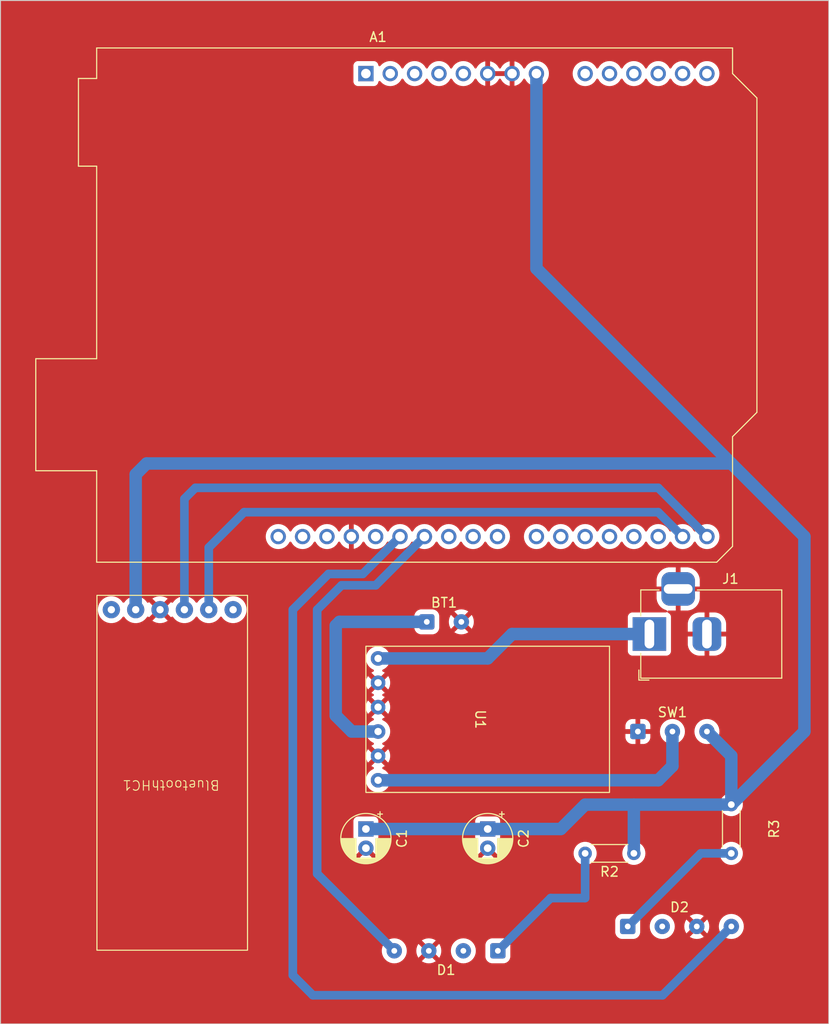
<source format=kicad_pcb>
(kicad_pcb (version 20221018) (generator pcbnew)
  (layers (0 "F.Cu" signal) (31 "B.Cu" signal) (34 "B.Paste" user) (35 "F.Paste" user) (36 "B.SilkS" user "B.Silkscreen") (37 "F.SilkS" user "F.Silkscreen") (38 "B.Mask" user) (39 "F.Mask" user) (44 "Edge.Cuts" user))
  (net 0 "")
  (net 6 "GND")
  (net 7 "+5V")
  (net 14 "Net-(A1-D0{slash}RX)")
  (net 15 "Net-(A1-D1{slash}TX)")
  (net 25 "Net-(A1-D11)")
  (net 26 "Net-(A1-D12)")
  (net 35 "Net-(D1-VDD)")
  (net 36 "Net-(D2-VDD)")
  (net 37 "/bat")
  (net 38 "VCC")
  (net 39 "/5vout")
  (footprint "Module:Arduino_UNO_R3" (layer "F.Cu") (at 101.6 33.02)
    (fp_text reference "A1" (at 1.27 -3.81 180) (layer "F.SilkS"))
    (fp_text value "Arduino_UNO_R3")
    (fp_line (start -34.42 29.72) (end -34.42 41.4) (stroke (width 0.12)) (layer "F.SilkS"))
    (fp_line (start -34.42 41.4) (end -28.07 41.4) (stroke (width 0.12)) (layer "F.SilkS"))
    (fp_line (start -29.97 0.51) (end -29.97 9.65) (stroke (width 0.12)) (layer "F.SilkS"))
    (fp_line (start -29.97 9.65) (end -28.07 9.65) (stroke (width 0.12)) (layer "F.SilkS"))
    (fp_line (start -28.07 -2.67) (end -28.07 0.51) (stroke (width 0.12)) (layer "F.SilkS"))
    (fp_line (start -28.07 0.51) (end -29.97 0.51) (stroke (width 0.12)) (layer "F.SilkS"))
    (fp_line (start -28.07 9.65) (end -28.07 29.72) (stroke (width 0.12)) (layer "F.SilkS"))
    (fp_line (start -28.07 29.72) (end -34.42 29.72) (stroke (width 0.12)) (layer "F.SilkS"))
    (fp_line (start -28.07 41.4) (end -28.07 50.93) (stroke (width 0.12)) (layer "F.SilkS"))
    (fp_line (start -28.07 50.93) (end 36.58 50.93) (stroke (width 0.12)) (layer "F.SilkS"))
    (fp_line (start 36.58 50.93) (end 38.23 49.28) (stroke (width 0.12)) (layer "F.SilkS"))
    (fp_line (start 38.23 -2.67) (end -28.07 -2.67) (stroke (width 0.12)) (layer "F.SilkS"))
    (fp_line (start 38.23 0) (end 38.23 -2.67) (stroke (width 0.12)) (layer "F.SilkS"))
    (fp_line (start 38.23 37.85) (end 40.77 35.31) (stroke (width 0.12)) (layer "F.SilkS"))
    (fp_line (start 38.23 49.28) (end 38.23 37.85) (stroke (width 0.12)) (layer "F.SilkS"))
    (fp_line (start 40.77 2.54) (end 38.23 0) (stroke (width 0.12)) (layer "F.SilkS"))
    (fp_line (start 40.77 35.31) (end 40.77 2.54) (stroke (width 0.12)) (layer "F.SilkS"))
    (pad "1" thru_hole rect (at 0 0 90) (size 1.6 1.6) (drill 1) (layers "*.Cu" "*.Mask"))
    (pad "2" thru_hole oval (at 2.54 0 90) (size 1.6 1.6) (drill 1) (layers "*.Cu" "*.Mask"))
    (pad "3" thru_hole oval (at 5.08 0 90) (size 1.6 1.6) (drill 1) (layers "*.Cu" "*.Mask"))
    (pad "4" thru_hole oval (at 7.62 0 90) (size 1.6 1.6) (drill 1) (layers "*.Cu" "*.Mask"))
    (pad "5" thru_hole oval (at 10.16 0 90) (size 1.6 1.6) (drill 1) (layers "*.Cu" "*.Mask"))
    (pad "6" thru_hole oval (at 12.7 0 90) (size 1.6 1.6) (drill 1) (layers "*.Cu" "*.Mask") (net 6 "GND"))
    (pad "7" thru_hole oval (at 15.24 0 90) (size 1.6 1.6) (drill 1) (layers "*.Cu" "*.Mask") (net 6 "GND"))
    (pad "8" thru_hole oval (at 17.78 0 90) (size 1.6 1.6) (drill 1) (layers "*.Cu" "*.Mask") (net 7 "+5V"))
    (pad "9" thru_hole oval (at 22.86 0 90) (size 1.6 1.6) (drill 1) (layers "*.Cu" "*.Mask"))
    (pad "10" thru_hole oval (at 25.4 0 90) (size 1.6 1.6) (drill 1) (layers "*.Cu" "*.Mask"))
    (pad "11" thru_hole oval (at 27.94 0 90) (size 1.6 1.6) (drill 1) (layers "*.Cu" "*.Mask"))
    (pad "12" thru_hole oval (at 30.48 0 90) (size 1.6 1.6) (drill 1) (layers "*.Cu" "*.Mask"))
    (pad "13" thru_hole oval (at 33.02 0 90) (size 1.6 1.6) (drill 1) (layers "*.Cu" "*.Mask"))
    (pad "14" thru_hole oval (at 35.56 0 90) (size 1.6 1.6) (drill 1) (layers "*.Cu" "*.Mask"))
    (pad "15" thru_hole oval (at 35.56 48.26 90) (size 1.6 1.6) (drill 1) (layers "*.Cu" "*.Mask") (net 14 "Net-(A1-D0{slash}RX)"))
    (pad "16" thru_hole oval (at 33.02 48.26 90) (size 1.6 1.6) (drill 1) (layers "*.Cu" "*.Mask") (net 15 "Net-(A1-D1{slash}TX)"))
    (pad "17" thru_hole oval (at 30.48 48.26 90) (size 1.6 1.6) (drill 1) (layers "*.Cu" "*.Mask"))
    (pad "18" thru_hole oval (at 27.94 48.26 90) (size 1.6 1.6) (drill 1) (layers "*.Cu" "*.Mask"))
    (pad "19" thru_hole oval (at 25.4 48.26 90) (size 1.6 1.6) (drill 1) (layers "*.Cu" "*.Mask"))
    (pad "20" thru_hole oval (at 22.86 48.26 90) (size 1.6 1.6) (drill 1) (layers "*.Cu" "*.Mask"))
    (pad "21" thru_hole oval (at 20.32 48.26 90) (size 1.6 1.6) (drill 1) (layers "*.Cu" "*.Mask"))
    (pad "22" thru_hole oval (at 17.78 48.26 90) (size 1.6 1.6) (drill 1) (layers "*.Cu" "*.Mask"))
    (pad "23" thru_hole oval (at 13.72 48.26 90) (size 1.6 1.6) (drill 1) (layers "*.Cu" "*.Mask"))
    (pad "24" thru_hole oval (at 11.18 48.26 90) (size 1.6 1.6) (drill 1) (layers "*.Cu" "*.Mask"))
    (pad "25" thru_hole oval (at 8.64 48.26 90) (size 1.6 1.6) (drill 1) (layers "*.Cu" "*.Mask"))
    (pad "26" thru_hole oval (at 6.1 48.26 90) (size 1.6 1.6) (drill 1) (layers "*.Cu" "*.Mask") (net 25 "Net-(A1-D11)"))
    (pad "27" thru_hole oval (at 3.56 48.26 90) (size 1.6 1.6) (drill 1) (layers "*.Cu" "*.Mask") (net 26 "Net-(A1-D12)"))
    (pad "28" thru_hole oval (at 1.02 48.26 90) (size 1.6 1.6) (drill 1) (layers "*.Cu" "*.Mask"))
    (pad "29" thru_hole oval (at -1.52 48.26 90) (size 1.6 1.6) (drill 1) (layers "*.Cu" "*.Mask") (net 6 "GND"))
    (pad "30" thru_hole oval (at -4.06 48.26 90) (size 1.6 1.6) (drill 1) (layers "*.Cu" "*.Mask"))
    (pad "31" thru_hole oval (at -6.6 48.26 90) (size 1.6 1.6) (drill 1) (layers "*.Cu" "*.Mask"))
    (pad "32" thru_hole oval (at -9.14 48.26 90) (size 1.6 1.6) (drill 1) (layers "*.Cu" "*.Mask"))
  )
  (footprint "Connector_Wire:SolderWire-0.1sqmm_1x04_P3.6mm_D0.4mm_OD1mm" (layer "F.Cu") (at 115.36 124.46 180)
    (fp_text reference "D1" (at 5.4 -2) (layer "F.SilkS"))
    (fp_text value "WS2812B")
    (pad "1" thru_hole roundrect (at 0 0 180) (size 1.6 1.6) (drill 0.6) (layers "*.Cu" "*.Mask") (roundrect_rratio 0.15625) (net 35 "Net-(D1-VDD)"))
    (pad "2" thru_hole circle (at 3.6 0 180) (size 1.6 1.6) (drill 0.6) (layers "*.Cu" "*.Mask"))
    (pad "3" thru_hole circle (at 7.2 0 180) (size 1.6 1.6) (drill 0.6) (layers "*.Cu" "*.Mask") (net 6 "GND"))
    (pad "4" thru_hole circle (at 10.8 0 180) (size 1.6 1.6) (drill 0.6) (layers "*.Cu" "*.Mask") (net 25 "Net-(A1-D11)"))
  )
  (footprint "Resistor_THT:R_Axial_DIN0204_L3.6mm_D1.6mm_P5.08mm_Horizontal" (layer "F.Cu") (at 129.54 114.3 180)
    (fp_text reference "R2" (at 2.54 -1.92) (layer "F.SilkS"))
    (fp_text value "10")
    (fp_line (start 0.62 -0.92) (end 4.46 -0.92) (stroke (width 0.12)) (layer "F.SilkS"))
    (fp_line (start 0.62 0.92) (end 4.46 0.92) (stroke (width 0.12)) (layer "F.SilkS"))
    (pad "1" thru_hole circle (at 0 0 180) (size 1.4 1.4) (drill 0.7) (layers "*.Cu" "*.Mask") (net 7 "+5V"))
    (pad "2" thru_hole oval (at 5.08 0 180) (size 1.4 1.4) (drill 0.7) (layers "*.Cu" "*.Mask") (net 35 "Net-(D1-VDD)"))
  )
  (footprint "Connector_Wire:SolderWire-0.1sqmm_1x04_P3.6mm_D0.4mm_OD1mm" (layer "F.Cu") (at 128.9 121.92)
    (fp_text reference "D2" (at 5.4 -2) (layer "F.SilkS"))
    (fp_text value "WS2812B")
    (pad "1" thru_hole roundrect (at 0 0) (size 1.6 1.6) (drill 0.6) (layers "*.Cu" "*.Mask") (roundrect_rratio 0.15625) (net 36 "Net-(D2-VDD)"))
    (pad "2" thru_hole circle (at 3.6 0) (size 1.6 1.6) (drill 0.6) (layers "*.Cu" "*.Mask"))
    (pad "3" thru_hole circle (at 7.2 0) (size 1.6 1.6) (drill 0.6) (layers "*.Cu" "*.Mask") (net 6 "GND"))
    (pad "4" thru_hole circle (at 10.8 0) (size 1.6 1.6) (drill 0.6) (layers "*.Cu" "*.Mask") (net 26 "Net-(A1-D12)"))
  )
  (footprint "Connector_BarrelJack:BarrelJack_Horizontal" (layer "F.Cu") (at 131.16 91.44 180)
    (fp_text reference "J1" (at -8.45 5.75) (layer "F.SilkS"))
    (fp_text value "Barrel_Jack_Switch")
    (fp_line (start -13.8 -4.6) (end 0.9 -4.6) (stroke (width 0.12)) (layer "F.SilkS"))
    (fp_line (start -13.8 4.6) (end -13.8 -4.6) (stroke (width 0.12)) (layer "F.SilkS"))
    (fp_line (start -5 4.6) (end -13.8 4.6) (stroke (width 0.12)) (layer "F.SilkS"))
    (fp_line (start 0.05 -4.8) (end 1.1 -4.8) (stroke (width 0.12)) (layer "F.SilkS"))
    (fp_line (start 0.9 -4.6) (end 0.9 -2) (stroke (width 0.12)) (layer "F.SilkS"))
    (fp_line (start 0.9 1.9) (end 0.9 4.6) (stroke (width 0.12)) (layer "F.SilkS"))
    (fp_line (start 0.9 4.6) (end -1 4.6) (stroke (width 0.12)) (layer "F.SilkS"))
    (fp_line (start 1.1 -3.75) (end 1.1 -4.8) (stroke (width 0.12)) (layer "F.SilkS"))
    (pad "1" thru_hole rect (at 0 0 180) (size 3.5 3.5) (drill oval 1 3) (layers "*.Cu" "*.Mask") (net 38 "VCC"))
    (pad "2" thru_hole roundrect (at -6 0 180) (size 3 3.5) (drill oval 1 3) (layers "*.Cu" "*.Mask") (net 6 "GND"))
    (pad "3" thru_hole roundrect (at -3 4.7 180) (size 3.5 3.5) (drill oval 3 1) (layers "*.Cu" "*.Mask") (net 6 "GND"))
  )
  (footprint "Capacitor_THT:CP_Radial_D5.0mm_P2.00mm" (layer "F.Cu") (at 114.3 111.76 -90)
    (fp_text reference "C2" (at 1 -3.75 90) (layer "F.SilkS"))
    (fp_text value "220µF")
    (fp_line (start -1.804775 -1.475) (end -1.304775 -1.475) (stroke (width 0.12)) (layer "F.SilkS"))
    (fp_line (start -1.554775 -1.725) (end -1.554775 -1.225) (stroke (width 0.12)) (layer "F.SilkS"))
    (fp_line (start 1 -2.58) (end 1 -1.04) (stroke (width 0.12)) (layer "F.SilkS"))
    (fp_line (start 1 1.04) (end 1 2.58) (stroke (width 0.12)) (layer "F.SilkS"))
    (fp_line (start 1.04 -2.58) (end 1.04 -1.04) (stroke (width 0.12)) (layer "F.SilkS"))
    (fp_line (start 1.04 1.04) (end 1.04 2.58) (stroke (width 0.12)) (layer "F.SilkS"))
    (fp_line (start 1.08 -2.579) (end 1.08 -1.04) (stroke (width 0.12)) (layer "F.SilkS"))
    (fp_line (start 1.08 1.04) (end 1.08 2.579) (stroke (width 0.12)) (layer "F.SilkS"))
    (fp_line (start 1.12 -2.578) (end 1.12 -1.04) (stroke (width 0.12)) (layer "F.SilkS"))
    (fp_line (start 1.12 1.04) (end 1.12 2.578) (stroke (width 0.12)) (layer "F.SilkS"))
    (fp_line (start 1.16 -2.576) (end 1.16 -1.04) (stroke (width 0.12)) (layer "F.SilkS"))
    (fp_line (start 1.16 1.04) (end 1.16 2.576) (stroke (width 0.12)) (layer "F.SilkS"))
    (fp_line (start 1.2 -2.573) (end 1.2 -1.04) (stroke (width 0.12)) (layer "F.SilkS"))
    (fp_line (start 1.2 1.04) (end 1.2 2.573) (stroke (width 0.12)) (layer "F.SilkS"))
    (fp_line (start 1.24 -2.569) (end 1.24 -1.04) (stroke (width 0.12)) (layer "F.SilkS"))
    (fp_line (start 1.24 1.04) (end 1.24 2.569) (stroke (width 0.12)) (layer "F.SilkS"))
    (fp_line (start 1.28 -2.565) (end 1.28 -1.04) (stroke (width 0.12)) (layer "F.SilkS"))
    (fp_line (start 1.28 1.04) (end 1.28 2.565) (stroke (width 0.12)) (layer "F.SilkS"))
    (fp_line (start 1.32 -2.561) (end 1.32 -1.04) (stroke (width 0.12)) (layer "F.SilkS"))
    (fp_line (start 1.32 1.04) (end 1.32 2.561) (stroke (width 0.12)) (layer "F.SilkS"))
    (fp_line (start 1.36 -2.556) (end 1.36 -1.04) (stroke (width 0.12)) (layer "F.SilkS"))
    (fp_line (start 1.36 1.04) (end 1.36 2.556) (stroke (width 0.12)) (layer "F.SilkS"))
    (fp_line (start 1.4 -2.55) (end 1.4 -1.04) (stroke (width 0.12)) (layer "F.SilkS"))
    (fp_line (start 1.4 1.04) (end 1.4 2.55) (stroke (width 0.12)) (layer "F.SilkS"))
    (fp_line (start 1.44 -2.543) (end 1.44 -1.04) (stroke (width 0.12)) (layer "F.SilkS"))
    (fp_line (start 1.44 1.04) (end 1.44 2.543) (stroke (width 0.12)) (layer "F.SilkS"))
    (fp_line (start 1.48 -2.536) (end 1.48 -1.04) (stroke (width 0.12)) (layer "F.SilkS"))
    (fp_line (start 1.48 1.04) (end 1.48 2.536) (stroke (width 0.12)) (layer "F.SilkS"))
    (fp_line (start 1.52 -2.528) (end 1.52 -1.04) (stroke (width 0.12)) (layer "F.SilkS"))
    (fp_line (start 1.52 1.04) (end 1.52 2.528) (stroke (width 0.12)) (layer "F.SilkS"))
    (fp_line (start 1.56 -2.52) (end 1.56 -1.04) (stroke (width 0.12)) (layer "F.SilkS"))
    (fp_line (start 1.56 1.04) (end 1.56 2.52) (stroke (width 0.12)) (layer "F.SilkS"))
    (fp_line (start 1.6 -2.511) (end 1.6 -1.04) (stroke (width 0.12)) (layer "F.SilkS"))
    (fp_line (start 1.6 1.04) (end 1.6 2.511) (stroke (width 0.12)) (layer "F.SilkS"))
    (fp_line (start 1.64 -2.501) (end 1.64 -1.04) (stroke (width 0.12)) (layer "F.SilkS"))
    (fp_line (start 1.64 1.04) (end 1.64 2.501) (stroke (width 0.12)) (layer "F.SilkS"))
    (fp_line (start 1.68 -2.491) (end 1.68 -1.04) (stroke (width 0.12)) (layer "F.SilkS"))
    (fp_line (start 1.68 1.04) (end 1.68 2.491) (stroke (width 0.12)) (layer "F.SilkS"))
    (fp_line (start 1.721 -2.48) (end 1.721 -1.04) (stroke (width 0.12)) (layer "F.SilkS"))
    (fp_line (start 1.721 1.04) (end 1.721 2.48) (stroke (width 0.12)) (layer "F.SilkS"))
    (fp_line (start 1.761 -2.468) (end 1.761 -1.04) (stroke (width 0.12)) (layer "F.SilkS"))
    (fp_line (start 1.761 1.04) (end 1.761 2.468) (stroke (width 0.12)) (layer "F.SilkS"))
    (fp_line (start 1.801 -2.455) (end 1.801 -1.04) (stroke (width 0.12)) (layer "F.SilkS"))
    (fp_line (start 1.801 1.04) (end 1.801 2.455) (stroke (width 0.12)) (layer "F.SilkS"))
    (fp_line (start 1.841 -2.442) (end 1.841 -1.04) (stroke (width 0.12)) (layer "F.SilkS"))
    (fp_line (start 1.841 1.04) (end 1.841 2.442) (stroke (width 0.12)) (layer "F.SilkS"))
    (fp_line (start 1.881 -2.428) (end 1.881 -1.04) (stroke (width 0.12)) (layer "F.SilkS"))
    (fp_line (start 1.881 1.04) (end 1.881 2.428) (stroke (width 0.12)) (layer "F.SilkS"))
    (fp_line (start 1.921 -2.414) (end 1.921 -1.04) (stroke (width 0.12)) (layer "F.SilkS"))
    (fp_line (start 1.921 1.04) (end 1.921 2.414) (stroke (width 0.12)) (layer "F.SilkS"))
    (fp_line (start 1.961 -2.398) (end 1.961 -1.04) (stroke (width 0.12)) (layer "F.SilkS"))
    (fp_line (start 1.961 1.04) (end 1.961 2.398) (stroke (width 0.12)) (layer "F.SilkS"))
    (fp_line (start 2.001 -2.382) (end 2.001 -1.04) (stroke (width 0.12)) (layer "F.SilkS"))
    (fp_line (start 2.001 1.04) (end 2.001 2.382) (stroke (width 0.12)) (layer "F.SilkS"))
    (fp_line (start 2.041 -2.365) (end 2.041 -1.04) (stroke (width 0.12)) (layer "F.SilkS"))
    (fp_line (start 2.041 1.04) (end 2.041 2.365) (stroke (width 0.12)) (layer "F.SilkS"))
    (fp_line (start 2.081 -2.348) (end 2.081 -1.04) (stroke (width 0.12)) (layer "F.SilkS"))
    (fp_line (start 2.081 1.04) (end 2.081 2.348) (stroke (width 0.12)) (layer "F.SilkS"))
    (fp_line (start 2.121 -2.329) (end 2.121 -1.04) (stroke (width 0.12)) (layer "F.SilkS"))
    (fp_line (start 2.121 1.04) (end 2.121 2.329) (stroke (width 0.12)) (layer "F.SilkS"))
    (fp_line (start 2.161 -2.31) (end 2.161 -1.04) (stroke (width 0.12)) (layer "F.SilkS"))
    (fp_line (start 2.161 1.04) (end 2.161 2.31) (stroke (width 0.12)) (layer "F.SilkS"))
    (fp_line (start 2.201 -2.29) (end 2.201 -1.04) (stroke (width 0.12)) (layer "F.SilkS"))
    (fp_line (start 2.201 1.04) (end 2.201 2.29) (stroke (width 0.12)) (layer "F.SilkS"))
    (fp_line (start 2.241 -2.268) (end 2.241 -1.04) (stroke (width 0.12)) (layer "F.SilkS"))
    (fp_line (start 2.241 1.04) (end 2.241 2.268) (stroke (width 0.12)) (layer "F.SilkS"))
    (fp_line (start 2.281 -2.247) (end 2.281 -1.04) (stroke (width 0.12)) (layer "F.SilkS"))
    (fp_line (start 2.281 1.04) (end 2.281 2.247) (stroke (width 0.12)) (layer "F.SilkS"))
    (fp_line (start 2.321 -2.224) (end 2.321 -1.04) (stroke (width 0.12)) (layer "F.SilkS"))
    (fp_line (start 2.321 1.04) (end 2.321 2.224) (stroke (width 0.12)) (layer "F.SilkS"))
    (fp_line (start 2.361 -2.2) (end 2.361 -1.04) (stroke (width 0.12)) (layer "F.SilkS"))
    (fp_line (start 2.361 1.04) (end 2.361 2.2) (stroke (width 0.12)) (layer "F.SilkS"))
    (fp_line (start 2.401 -2.175) (end 2.401 -1.04) (stroke (width 0.12)) (layer "F.SilkS"))
    (fp_line (start 2.401 1.04) (end 2.401 2.175) (stroke (width 0.12)) (layer "F.SilkS"))
    (fp_line (start 2.441 -2.149) (end 2.441 -1.04) (stroke (width 0.12)) (layer "F.SilkS"))
    (fp_line (start 2.441 1.04) (end 2.441 2.149) (stroke (width 0.12)) (layer "F.SilkS"))
    (fp_line (start 2.481 -2.122) (end 2.481 -1.04) (stroke (width 0.12)) (layer "F.SilkS"))
    (fp_line (start 2.481 1.04) (end 2.481 2.122) (stroke (width 0.12)) (layer "F.SilkS"))
    (fp_line (start 2.521 -2.095) (end 2.521 -1.04) (stroke (width 0.12)) (layer "F.SilkS"))
    (fp_line (start 2.521 1.04) (end 2.521 2.095) (stroke (width 0.12)) (layer "F.SilkS"))
    (fp_line (start 2.561 -2.065) (end 2.561 -1.04) (stroke (width 0.12)) (layer "F.SilkS"))
    (fp_line (start 2.561 1.04) (end 2.561 2.065) (stroke (width 0.12)) (layer "F.SilkS"))
    (fp_line (start 2.601 -2.035) (end 2.601 -1.04) (stroke (width 0.12)) (layer "F.SilkS"))
    (fp_line (start 2.601 1.04) (end 2.601 2.035) (stroke (width 0.12)) (layer "F.SilkS"))
    (fp_line (start 2.641 -2.004) (end 2.641 -1.04) (stroke (width 0.12)) (layer "F.SilkS"))
    (fp_line (start 2.641 1.04) (end 2.641 2.004) (stroke (width 0.12)) (layer "F.SilkS"))
    (fp_line (start 2.681 -1.971) (end 2.681 -1.04) (stroke (width 0.12)) (layer "F.SilkS"))
    (fp_line (start 2.681 1.04) (end 2.681 1.971) (stroke (width 0.12)) (layer "F.SilkS"))
    (fp_line (start 2.721 -1.937) (end 2.721 -1.04) (stroke (width 0.12)) (layer "F.SilkS"))
    (fp_line (start 2.721 1.04) (end 2.721 1.937) (stroke (width 0.12)) (layer "F.SilkS"))
    (fp_line (start 2.761 -1.901) (end 2.761 -1.04) (stroke (width 0.12)) (layer "F.SilkS"))
    (fp_line (start 2.761 1.04) (end 2.761 1.901) (stroke (width 0.12)) (layer "F.SilkS"))
    (fp_line (start 2.801 -1.864) (end 2.801 -1.04) (stroke (width 0.12)) (layer "F.SilkS"))
    (fp_line (start 2.801 1.04) (end 2.801 1.864) (stroke (width 0.12)) (layer "F.SilkS"))
    (fp_line (start 2.841 -1.826) (end 2.841 -1.04) (stroke (width 0.12)) (layer "F.SilkS"))
    (fp_line (start 2.841 1.04) (end 2.841 1.826) (stroke (width 0.12)) (layer "F.SilkS"))
    (fp_line (start 2.881 -1.785) (end 2.881 -1.04) (stroke (width 0.12)) (layer "F.SilkS"))
    (fp_line (start 2.881 1.04) (end 2.881 1.785) (stroke (width 0.12)) (layer "F.SilkS"))
    (fp_line (start 2.921 -1.743) (end 2.921 -1.04) (stroke (width 0.12)) (layer "F.SilkS"))
    (fp_line (start 2.921 1.04) (end 2.921 1.743) (stroke (width 0.12)) (layer "F.SilkS"))
    (fp_line (start 2.961 -1.699) (end 2.961 -1.04) (stroke (width 0.12)) (layer "F.SilkS"))
    (fp_line (start 2.961 1.04) (end 2.961 1.699) (stroke (width 0.12)) (layer "F.SilkS"))
    (fp_line (start 3.001 -1.653) (end 3.001 -1.04) (stroke (width 0.12)) (layer "F.SilkS"))
    (fp_line (start 3.001 1.04) (end 3.001 1.653) (stroke (width 0.12)) (layer "F.SilkS"))
    (fp_line (start 3.041 -1.605) (end 3.041 1.605) (stroke (width 0.12)) (layer "F.SilkS"))
    (fp_line (start 3.081 -1.554) (end 3.081 1.554) (stroke (width 0.12)) (layer "F.SilkS"))
    (fp_line (start 3.121 -1.5) (end 3.121 1.5) (stroke (width 0.12)) (layer "F.SilkS"))
    (fp_line (start 3.161 -1.443) (end 3.161 1.443) (stroke (width 0.12)) (layer "F.SilkS"))
    (fp_line (start 3.201 -1.383) (end 3.201 1.383) (stroke (width 0.12)) (layer "F.SilkS"))
    (fp_line (start 3.241 -1.319) (end 3.241 1.319) (stroke (width 0.12)) (layer "F.SilkS"))
    (fp_line (start 3.281 -1.251) (end 3.281 1.251) (stroke (width 0.12)) (layer "F.SilkS"))
    (fp_line (start 3.321 -1.178) (end 3.321 1.178) (stroke (width 0.12)) (layer "F.SilkS"))
    (fp_line (start 3.361 -1.098) (end 3.361 1.098) (stroke (width 0.12)) (layer "F.SilkS"))
    (fp_line (start 3.401 -1.011) (end 3.401 1.011) (stroke (width 0.12)) (layer "F.SilkS"))
    (fp_line (start 3.441 -0.915) (end 3.441 0.915) (stroke (width 0.12)) (layer "F.SilkS"))
    (fp_line (start 3.481 -0.805) (end 3.481 0.805) (stroke (width 0.12)) (layer "F.SilkS"))
    (fp_line (start 3.521 -0.677) (end 3.521 0.677) (stroke (width 0.12)) (layer "F.SilkS"))
    (fp_line (start 3.561 -0.518) (end 3.561 0.518) (stroke (width 0.12)) (layer "F.SilkS"))
    (fp_line (start 3.601 -0.284) (end 3.601 0.284) (stroke (width 0.12)) (layer "F.SilkS"))
    (fp_circle (center 1 0) (end 3.62 0) (stroke (width 0.12)) (fill none) (layer "F.SilkS"))
    (pad "1" thru_hole rect (at 0 0 270) (size 1.6 1.6) (drill 0.8) (layers "*.Cu" "*.Mask") (net 7 "+5V"))
    (pad "2" thru_hole circle (at 2 0 270) (size 1.6 1.6) (drill 0.8) (layers "*.Cu" "*.Mask") (net 6 "GND"))
  )
  (footprint "hc-05:hc-05" (layer "F.Cu") (at 81.28 106.68 180)
    (fp_text reference "BluetoothHC1" (at 0 -0.5 180 unlocked) (layer "F.SilkS") (effects (font (thickness 0.1))))
    (fp_text value "~")
    (fp_rect (start -7.977 -17.72) (end 7.723 19.28) (stroke (width 0.1)) (fill none) (layer "F.SilkS"))
    (fp_rect (start -7.977 -17.72) (end 7.723 19.28) (stroke (width 0.1)) (fill none) (layer "F.SilkS"))
    (pad "1" thru_hole circle (at -6.477 17.78 180) (size 1.8 1.8) (drill 0.762) (layers "*.Cu" "*.Mask"))
    (pad "2" thru_hole circle (at -3.937 17.78 180) (size 1.8 1.8) (drill 0.762) (layers "*.Cu" "*.Mask") (net 15 "Net-(A1-D1{slash}TX)"))
    (pad "3" thru_hole circle (at -1.397 17.78 180) (size 1.8 1.8) (drill 0.762) (layers "*.Cu" "*.Mask") (net 14 "Net-(A1-D0{slash}RX)"))
    (pad "4" thru_hole circle (at 1.143 17.78 180) (size 1.8 1.8) (drill 0.762) (layers "*.Cu" "*.Mask") (net 6 "GND"))
    (pad "5" thru_hole circle (at 3.683 17.78 180) (size 1.8 1.8) (drill 0.762) (layers "*.Cu" "*.Mask") (net 7 "+5V"))
    (pad "6" thru_hole circle (at 6.223 17.78 180) (size 1.8 1.8) (drill 0.762) (layers "*.Cu" "*.Mask"))
  )
  (footprint "Connector_Wire:SolderWire-0.1sqmm_1x02_P3.6mm_D0.4mm_OD1mm" (layer "F.Cu") (at 107.95 90.17)
    (fp_text reference "BT1" (at 1.8 -2) (layer "F.SilkS"))
    (fp_text value "3,7V")
    (pad "1" thru_hole roundrect (at 0 0) (size 1.6 1.6) (drill 0.6) (layers "*.Cu" "*.Mask") (roundrect_rratio 0.15625) (net 37 "/bat"))
    (pad "2" thru_hole circle (at 3.6 0) (size 1.6 1.6) (drill 0.6) (layers "*.Cu" "*.Mask") (net 6 "GND"))
  )
  (footprint "Resistor_THT:R_Axial_DIN0204_L3.6mm_D1.6mm_P5.08mm_Horizontal" (layer "F.Cu") (at 139.7 109.22 -90)
    (fp_text reference "R3" (at 2.54 -4.46 90) (layer "F.SilkS"))
    (fp_text value "10")
    (fp_line (start 0.62 -0.92) (end 4.46 -0.92) (stroke (width 0.12)) (layer "F.SilkS"))
    (fp_line (start 0.62 0.92) (end 4.46 0.92) (stroke (width 0.12)) (layer "F.SilkS"))
    (pad "1" thru_hole circle (at 0 0 270) (size 1.4 1.4) (drill 0.7) (layers "*.Cu" "*.Mask") (net 7 "+5V"))
    (pad "2" thru_hole oval (at 5.08 0 270) (size 1.4 1.4) (drill 0.7) (layers "*.Cu" "*.Mask") (net 36 "Net-(D2-VDD)"))
  )
  (footprint "Connector_Wire:SolderWire-0.1sqmm_1x03_P3.6mm_D0.4mm_OD1mm" (layer "F.Cu") (at 129.96 101.6)
    (fp_text reference "SW1" (at 3.6 -2) (layer "F.SilkS"))
    (fp_text value "SW_SPDT")
    (pad "1" thru_hole roundrect (at 0 0) (size 1.6 1.6) (drill 0.6) (layers "*.Cu" "*.Mask") (roundrect_rratio 0.15625) (net 6 "GND"))
    (pad "2" thru_hole circle (at 3.6 0) (size 1.6 1.6) (drill 0.6) (layers "*.Cu" "*.Mask") (net 39 "/5vout"))
    (pad "3" thru_hole circle (at 7.2 0) (size 1.6 1.6) (drill 0.6) (layers "*.Cu" "*.Mask") (net 7 "+5V"))
  )
  (footprint "cd42:mh-cd42" (layer "F.Cu") (at 114.3 100.33 -90)
    (fp_text reference "U1" (at 0 0.77 -90 unlocked) (layer "F.SilkS"))
    (fp_text value "mh-cd42")
    (fp_rect (start -7.62 -12.7) (end 7.62 12.7) (stroke (width 0.12)) (fill none) (layer "F.SilkS"))
    (pad "1" thru_hole circle (at -6.35 11.43 270) (size 1.524 1.524) (drill 0.762) (layers "*.Cu" "*.Mask") (net 38 "VCC"))
    (pad "2" thru_hole circle (at -3.81 11.43 270) (size 1.524 1.524) (drill 0.762) (layers "*.Cu" "*.Mask") (net 6 "GND"))
    (pad "3" thru_hole circle (at -1.27 11.43 270) (size 1.524 1.524) (drill 0.762) (layers "*.Cu" "*.Mask") (net 6 "GND"))
    (pad "4" thru_hole circle (at 1.27 11.43 270) (size 1.524 1.524) (drill 0.762) (layers "*.Cu" "*.Mask") (net 37 "/bat"))
    (pad "5" thru_hole circle (at 3.81 11.43 270) (size 1.524 1.524) (drill 0.762) (layers "*.Cu" "*.Mask") (net 6 "GND"))
    (pad "6" thru_hole circle (at 6.35 11.43 270) (size 1.524 1.524) (drill 0.762) (layers "*.Cu" "*.Mask") (net 39 "/5vout"))
  )
  (footprint "Capacitor_THT:CP_Radial_D5.0mm_P2.00mm" (layer "F.Cu") (at 101.6 111.76 -90)
    (fp_text reference "C1" (at 1 -3.75 90) (layer "F.SilkS"))
    (fp_text value "220µF")
    (fp_line (start -1.804775 -1.475) (end -1.304775 -1.475) (stroke (width 0.12)) (layer "F.SilkS"))
    (fp_line (start -1.554775 -1.725) (end -1.554775 -1.225) (stroke (width 0.12)) (layer "F.SilkS"))
    (fp_line (start 1 -2.58) (end 1 -1.04) (stroke (width 0.12)) (layer "F.SilkS"))
    (fp_line (start 1 1.04) (end 1 2.58) (stroke (width 0.12)) (layer "F.SilkS"))
    (fp_line (start 1.04 -2.58) (end 1.04 -1.04) (stroke (width 0.12)) (layer "F.SilkS"))
    (fp_line (start 1.04 1.04) (end 1.04 2.58) (stroke (width 0.12)) (layer "F.SilkS"))
    (fp_line (start 1.08 -2.579) (end 1.08 -1.04) (stroke (width 0.12)) (layer "F.SilkS"))
    (fp_line (start 1.08 1.04) (end 1.08 2.579) (stroke (width 0.12)) (layer "F.SilkS"))
    (fp_line (start 1.12 -2.578) (end 1.12 -1.04) (stroke (width 0.12)) (layer "F.SilkS"))
    (fp_line (start 1.12 1.04) (end 1.12 2.578) (stroke (width 0.12)) (layer "F.SilkS"))
    (fp_line (start 1.16 -2.576) (end 1.16 -1.04) (stroke (width 0.12)) (layer "F.SilkS"))
    (fp_line (start 1.16 1.04) (end 1.16 2.576) (stroke (width 0.12)) (layer "F.SilkS"))
    (fp_line (start 1.2 -2.573) (end 1.2 -1.04) (stroke (width 0.12)) (layer "F.SilkS"))
    (fp_line (start 1.2 1.04) (end 1.2 2.573) (stroke (width 0.12)) (layer "F.SilkS"))
    (fp_line (start 1.24 -2.569) (end 1.24 -1.04) (stroke (width 0.12)) (layer "F.SilkS"))
    (fp_line (start 1.24 1.04) (end 1.24 2.569) (stroke (width 0.12)) (layer "F.SilkS"))
    (fp_line (start 1.28 -2.565) (end 1.28 -1.04) (stroke (width 0.12)) (layer "F.SilkS"))
    (fp_line (start 1.28 1.04) (end 1.28 2.565) (stroke (width 0.12)) (layer "F.SilkS"))
    (fp_line (start 1.32 -2.561) (end 1.32 -1.04) (stroke (width 0.12)) (layer "F.SilkS"))
    (fp_line (start 1.32 1.04) (end 1.32 2.561) (stroke (width 0.12)) (layer "F.SilkS"))
    (fp_line (start 1.36 -2.556) (end 1.36 -1.04) (stroke (width 0.12)) (layer "F.SilkS"))
    (fp_line (start 1.36 1.04) (end 1.36 2.556) (stroke (width 0.12)) (layer "F.SilkS"))
    (fp_line (start 1.4 -2.55) (end 1.4 -1.04) (stroke (width 0.12)) (layer "F.SilkS"))
    (fp_line (start 1.4 1.04) (end 1.4 2.55) (stroke (width 0.12)) (layer "F.SilkS"))
    (fp_line (start 1.44 -2.543) (end 1.44 -1.04) (stroke (width 0.12)) (layer "F.SilkS"))
    (fp_line (start 1.44 1.04) (end 1.44 2.543) (stroke (width 0.12)) (layer "F.SilkS"))
    (fp_line (start 1.48 -2.536) (end 1.48 -1.04) (stroke (width 0.12)) (layer "F.SilkS"))
    (fp_line (start 1.48 1.04) (end 1.48 2.536) (stroke (width 0.12)) (layer "F.SilkS"))
    (fp_line (start 1.52 -2.528) (end 1.52 -1.04) (stroke (width 0.12)) (layer "F.SilkS"))
    (fp_line (start 1.52 1.04) (end 1.52 2.528) (stroke (width 0.12)) (layer "F.SilkS"))
    (fp_line (start 1.56 -2.52) (end 1.56 -1.04) (stroke (width 0.12)) (layer "F.SilkS"))
    (fp_line (start 1.56 1.04) (end 1.56 2.52) (stroke (width 0.12)) (layer "F.SilkS"))
    (fp_line (start 1.6 -2.511) (end 1.6 -1.04) (stroke (width 0.12)) (layer "F.SilkS"))
    (fp_line (start 1.6 1.04) (end 1.6 2.511) (stroke (width 0.12)) (layer "F.SilkS"))
    (fp_line (start 1.64 -2.501) (end 1.64 -1.04) (stroke (width 0.12)) (layer "F.SilkS"))
    (fp_line (start 1.64 1.04) (end 1.64 2.501) (stroke (width 0.12)) (layer "F.SilkS"))
    (fp_line (start 1.68 -2.491) (end 1.68 -1.04) (stroke (width 0.12)) (layer "F.SilkS"))
    (fp_line (start 1.68 1.04) (end 1.68 2.491) (stroke (width 0.12)) (layer "F.SilkS"))
    (fp_line (start 1.721 -2.48) (end 1.721 -1.04) (stroke (width 0.12)) (layer "F.SilkS"))
    (fp_line (start 1.721 1.04) (end 1.721 2.48) (stroke (width 0.12)) (layer "F.SilkS"))
    (fp_line (start 1.761 -2.468) (end 1.761 -1.04) (stroke (width 0.12)) (layer "F.SilkS"))
    (fp_line (start 1.761 1.04) (end 1.761 2.468) (stroke (width 0.12)) (layer "F.SilkS"))
    (fp_line (start 1.801 -2.455) (end 1.801 -1.04) (stroke (width 0.12)) (layer "F.SilkS"))
    (fp_line (start 1.801 1.04) (end 1.801 2.455) (stroke (width 0.12)) (layer "F.SilkS"))
    (fp_line (start 1.841 -2.442) (end 1.841 -1.04) (stroke (width 0.12)) (layer "F.SilkS"))
    (fp_line (start 1.841 1.04) (end 1.841 2.442) (stroke (width 0.12)) (layer "F.SilkS"))
    (fp_line (start 1.881 -2.428) (end 1.881 -1.04) (stroke (width 0.12)) (layer "F.SilkS"))
    (fp_line (start 1.881 1.04) (end 1.881 2.428) (stroke (width 0.12)) (layer "F.SilkS"))
    (fp_line (start 1.921 -2.414) (end 1.921 -1.04) (stroke (width 0.12)) (layer "F.SilkS"))
    (fp_line (start 1.921 1.04) (end 1.921 2.414) (stroke (width 0.12)) (layer "F.SilkS"))
    (fp_line (start 1.961 -2.398) (end 1.961 -1.04) (stroke (width 0.12)) (layer "F.SilkS"))
    (fp_line (start 1.961 1.04) (end 1.961 2.398) (stroke (width 0.12)) (layer "F.SilkS"))
    (fp_line (start 2.001 -2.382) (end 2.001 -1.04) (stroke (width 0.12)) (layer "F.SilkS"))
    (fp_line (start 2.001 1.04) (end 2.001 2.382) (stroke (width 0.12)) (layer "F.SilkS"))
    (fp_line (start 2.041 -2.365) (end 2.041 -1.04) (stroke (width 0.12)) (layer "F.SilkS"))
    (fp_line (start 2.041 1.04) (end 2.041 2.365) (stroke (width 0.12)) (layer "F.SilkS"))
    (fp_line (start 2.081 -2.348) (end 2.081 -1.04) (stroke (width 0.12)) (layer "F.SilkS"))
    (fp_line (start 2.081 1.04) (end 2.081 2.348) (stroke (width 0.12)) (layer "F.SilkS"))
    (fp_line (start 2.121 -2.329) (end 2.121 -1.04) (stroke (width 0.12)) (layer "F.SilkS"))
    (fp_line (start 2.121 1.04) (end 2.121 2.329) (stroke (width 0.12)) (layer "F.SilkS"))
    (fp_line (start 2.161 -2.31) (end 2.161 -1.04) (stroke (width 0.12)) (layer "F.SilkS"))
    (fp_line (start 2.161 1.04) (end 2.161 2.31) (stroke (width 0.12)) (layer "F.SilkS"))
    (fp_line (start 2.201 -2.29) (end 2.201 -1.04) (stroke (width 0.12)) (layer "F.SilkS"))
    (fp_line (start 2.201 1.04) (end 2.201 2.29) (stroke (width 0.12)) (layer "F.SilkS"))
    (fp_line (start 2.241 -2.268) (end 2.241 -1.04) (stroke (width 0.12)) (layer "F.SilkS"))
    (fp_line (start 2.241 1.04) (end 2.241 2.268) (stroke (width 0.12)) (layer "F.SilkS"))
    (fp_line (start 2.281 -2.247) (end 2.281 -1.04) (stroke (width 0.12)) (layer "F.SilkS"))
    (fp_line (start 2.281 1.04) (end 2.281 2.247) (stroke (width 0.12)) (layer "F.SilkS"))
    (fp_line (start 2.321 -2.224) (end 2.321 -1.04) (stroke (width 0.12)) (layer "F.SilkS"))
    (fp_line (start 2.321 1.04) (end 2.321 2.224) (stroke (width 0.12)) (layer "F.SilkS"))
    (fp_line (start 2.361 -2.2) (end 2.361 -1.04) (stroke (width 0.12)) (layer "F.SilkS"))
    (fp_line (start 2.361 1.04) (end 2.361 2.2) (stroke (width 0.12)) (layer "F.SilkS"))
    (fp_line (start 2.401 -2.175) (end 2.401 -1.04) (stroke (width 0.12)) (layer "F.SilkS"))
    (fp_line (start 2.401 1.04) (end 2.401 2.175) (stroke (width 0.12)) (layer "F.SilkS"))
    (fp_line (start 2.441 -2.149) (end 2.441 -1.04) (stroke (width 0.12)) (layer "F.SilkS"))
    (fp_line (start 2.441 1.04) (end 2.441 2.149) (stroke (width 0.12)) (layer "F.SilkS"))
    (fp_line (start 2.481 -2.122) (end 2.481 -1.04) (stroke (width 0.12)) (layer "F.SilkS"))
    (fp_line (start 2.481 1.04) (end 2.481 2.122) (stroke (width 0.12)) (layer "F.SilkS"))
    (fp_line (start 2.521 -2.095) (end 2.521 -1.04) (stroke (width 0.12)) (layer "F.SilkS"))
    (fp_line (start 2.521 1.04) (end 2.521 2.095) (stroke (width 0.12)) (layer "F.SilkS"))
    (fp_line (start 2.561 -2.065) (end 2.561 -1.04) (stroke (width 0.12)) (layer "F.SilkS"))
    (fp_line (start 2.561 1.04) (end 2.561 2.065) (stroke (width 0.12)) (layer "F.SilkS"))
    (fp_line (start 2.601 -2.035) (end 2.601 -1.04) (stroke (width 0.12)) (layer "F.SilkS"))
    (fp_line (start 2.601 1.04) (end 2.601 2.035) (stroke (width 0.12)) (layer "F.SilkS"))
    (fp_line (start 2.641 -2.004) (end 2.641 -1.04) (stroke (width 0.12)) (layer "F.SilkS"))
    (fp_line (start 2.641 1.04) (end 2.641 2.004) (stroke (width 0.12)) (layer "F.SilkS"))
    (fp_line (start 2.681 -1.971) (end 2.681 -1.04) (stroke (width 0.12)) (layer "F.SilkS"))
    (fp_line (start 2.681 1.04) (end 2.681 1.971) (stroke (width 0.12)) (layer "F.SilkS"))
    (fp_line (start 2.721 -1.937) (end 2.721 -1.04) (stroke (width 0.12)) (layer "F.SilkS"))
    (fp_line (start 2.721 1.04) (end 2.721 1.937) (stroke (width 0.12)) (layer "F.SilkS"))
    (fp_line (start 2.761 -1.901) (end 2.761 -1.04) (stroke (width 0.12)) (layer "F.SilkS"))
    (fp_line (start 2.761 1.04) (end 2.761 1.901) (stroke (width 0.12)) (layer "F.SilkS"))
    (fp_line (start 2.801 -1.864) (end 2.801 -1.04) (stroke (width 0.12)) (layer "F.SilkS"))
    (fp_line (start 2.801 1.04) (end 2.801 1.864) (stroke (width 0.12)) (layer "F.SilkS"))
    (fp_line (start 2.841 -1.826) (end 2.841 -1.04) (stroke (width 0.12)) (layer "F.SilkS"))
    (fp_line (start 2.841 1.04) (end 2.841 1.826) (stroke (width 0.12)) (layer "F.SilkS"))
    (fp_line (start 2.881 -1.785) (end 2.881 -1.04) (stroke (width 0.12)) (layer "F.SilkS"))
    (fp_line (start 2.881 1.04) (end 2.881 1.785) (stroke (width 0.12)) (layer "F.SilkS"))
    (fp_line (start 2.921 -1.743) (end 2.921 -1.04) (stroke (width 0.12)) (layer "F.SilkS"))
    (fp_line (start 2.921 1.04) (end 2.921 1.743) (stroke (width 0.12)) (layer "F.SilkS"))
    (fp_line (start 2.961 -1.699) (end 2.961 -1.04) (stroke (width 0.12)) (layer "F.SilkS"))
    (fp_line (start 2.961 1.04) (end 2.961 1.699) (stroke (width 0.12)) (layer "F.SilkS"))
    (fp_line (start 3.001 -1.653) (end 3.001 -1.04) (stroke (width 0.12)) (layer "F.SilkS"))
    (fp_line (start 3.001 1.04) (end 3.001 1.653) (stroke (width 0.12)) (layer "F.SilkS"))
    (fp_line (start 3.041 -1.605) (end 3.041 1.605) (stroke (width 0.12)) (layer "F.SilkS"))
    (fp_line (start 3.081 -1.554) (end 3.081 1.554) (stroke (width 0.12)) (layer "F.SilkS"))
    (fp_line (start 3.121 -1.5) (end 3.121 1.5) (stroke (width 0.12)) (layer "F.SilkS"))
    (fp_line (start 3.161 -1.443) (end 3.161 1.443) (stroke (width 0.12)) (layer "F.SilkS"))
    (fp_line (start 3.201 -1.383) (end 3.201 1.383) (stroke (width 0.12)) (layer "F.SilkS"))
    (fp_line (start 3.241 -1.319) (end 3.241 1.319) (stroke (width 0.12)) (layer "F.SilkS"))
    (fp_line (start 3.281 -1.251) (end 3.281 1.251) (stroke (width 0.12)) (layer "F.SilkS"))
    (fp_line (start 3.321 -1.178) (end 3.321 1.178) (stroke (width 0.12)) (layer "F.SilkS"))
    (fp_line (start 3.361 -1.098) (end 3.361 1.098) (stroke (width 0.12)) (layer "F.SilkS"))
    (fp_line (start 3.401 -1.011) (end 3.401 1.011) (stroke (width 0.12)) (layer "F.SilkS"))
    (fp_line (start 3.441 -0.915) (end 3.441 0.915) (stroke (width 0.12)) (layer "F.SilkS"))
    (fp_line (start 3.481 -0.805) (end 3.481 0.805) (stroke (width 0.12)) (layer "F.SilkS"))
    (fp_line (start 3.521 -0.677) (end 3.521 0.677) (stroke (width 0.12)) (layer "F.SilkS"))
    (fp_line (start 3.561 -0.518) (end 3.561 0.518) (stroke (width 0.12)) (layer "F.SilkS"))
    (fp_line (start 3.601 -0.284) (end 3.601 0.284) (stroke (width 0.12)) (layer "F.SilkS"))
    (fp_circle (center 1 0) (end 3.62 0) (stroke (width 0.12)) (fill none) (layer "F.SilkS"))
    (pad "1" thru_hole rect (at 0 0 270) (size 1.6 1.6) (drill 0.8) (layers "*.Cu" "*.Mask") (net 7 "+5V"))
    (pad "2" thru_hole circle (at 2 0 270) (size 1.6 1.6) (drill 0.8) (layers "*.Cu" "*.Mask") (net 6 "GND"))
  )
  (gr_rect (start 63.5 25.4) (end 149.86 132.08) (stroke (width 0.1)) (fill none) (layer "Edge.Cuts"))
  (segment (start 139.7 109.22) (end 139.7 104.14) (width 1.3) (layer "B.Cu") (net 7))
  (segment (start 139.7 73.66) (end 147.32 81.28) (width 1.3) (layer "B.Cu") (net 7))
  (segment (start 78.74 73.66) (end 139.7 73.66) (width 1.3) (layer "B.Cu") (net 7))
  (segment (start 121.92 111.76) (end 124.46 109.22) (width 1.3) (layer "B.Cu") (net 7))
  (segment (start 101.6 111.76) (end 114.3 111.76) (width 1.3) (layer "B.Cu") (net 7))
  (segment (start 139.7 104.14) (end 137.16 101.6) (width 1.3) (layer "B.Cu") (net 7))
  (segment (start 77.597 88.9) (end 77.597 74.803) (width 1.3) (layer "B.Cu") (net 7))
  (segment (start 77.597 74.803) (end 78.74 73.66) (width 1.3) (layer "B.Cu") (net 7))
  (segment (start 114.3 111.76) (end 121.92 111.76) (width 1.3) (layer "B.Cu") (net 7))
  (segment (start 129.54 109.22) (end 129.54 114.3) (width 1.3) (layer "B.Cu") (net 7))
  (segment (start 147.32 81.28) (end 147.32 101.6) (width 1.3) (layer "B.Cu") (net 7))
  (segment (start 119.38 33.02) (end 119.38 53.34) (width 1.3) (layer "B.Cu") (net 7))
  (segment (start 147.32 101.6) (end 139.7 109.22) (width 1.3) (layer "B.Cu") (net 7))
  (segment (start 124.46 109.22) (end 129.54 109.22) (width 1.3) (layer "B.Cu") (net 7))
  (segment (start 139.7 109.22) (end 129.54 109.22) (width 1.3) (layer "B.Cu") (net 7))
  (segment (start 119.38 53.34) (end 139.7 73.66) (width 1.3) (layer "B.Cu") (net 7))
  (segment (start 82.677 77.343) (end 83.82 76.2) (width 0.9) (layer "B.Cu") (net 14))
  (segment (start 83.82 76.2) (end 132.08 76.2) (width 0.9) (layer "B.Cu") (net 14))
  (segment (start 132.08 76.2) (end 137.16 81.28) (width 0.9) (layer "B.Cu") (net 14))
  (segment (start 82.677 88.9) (end 82.677 77.343) (width 0.9) (layer "B.Cu") (net 14))
  (segment (start 132.08 78.74) (end 134.62 81.28) (width 0.9) (layer "B.Cu") (net 15))
  (segment (start 85.217 88.9) (end 85.217 82.423) (width 0.9) (layer "B.Cu") (net 15))
  (segment (start 85.217 82.423) (end 88.9 78.74) (width 0.9) (layer "B.Cu") (net 15))
  (segment (start 88.9 78.74) (end 132.08 78.74) (width 0.9) (layer "B.Cu") (net 15))
  (segment (start 104.56 124.46) (end 96.52 116.42) (width 0.9) (layer "B.Cu") (net 25))
  (segment (start 99.06 86.36) (end 102.62 86.36) (width 0.9) (layer "B.Cu") (net 25))
  (segment (start 102.62 86.36) (end 107.7 81.28) (width 0.9) (layer "B.Cu") (net 25))
  (segment (start 96.52 116.42) (end 96.52 88.9) (width 0.9) (layer "B.Cu") (net 25))
  (segment (start 96.52 88.9) (end 99.06 86.36) (width 0.9) (layer "B.Cu") (net 25))
  (segment (start 93.98 88.9) (end 93.98 127) (width 0.9) (layer "B.Cu") (net 26))
  (segment (start 132.53 129.09) (end 139.7 121.92) (width 0.9) (layer "B.Cu") (net 26))
  (segment (start 101.266 85.174) (end 97.706 85.174) (width 0.9) (layer "B.Cu") (net 26))
  (segment (start 97.706 85.174) (end 93.98 88.9) (width 0.9) (layer "B.Cu") (net 26))
  (segment (start 93.98 127) (end 96.07 129.09) (width 0.9) (layer "B.Cu") (net 26))
  (segment (start 96.07 129.09) (end 132.53 129.09) (width 0.9) (layer "B.Cu") (net 26))
  (segment (start 105.16 81.28) (end 101.266 85.174) (width 0.9) (layer "B.Cu") (net 26))
  (segment (start 124.46 114.3) (end 124.46 118.96) (width 0.9) (layer "B.Cu") (net 35))
  (segment (start 120.86 118.96) (end 115.36 124.46) (width 0.9) (layer "B.Cu") (net 35))
  (segment (start 124.46 118.96) (end 120.86 118.96) (width 0.9) (layer "B.Cu") (net 35))
  (segment (start 128.9 121.92) (end 136.52 114.3) (width 0.9) (layer "B.Cu") (net 36))
  (segment (start 136.52 114.3) (end 139.7 114.3) (width 0.9) (layer "B.Cu") (net 36))
  (segment (start 98.85 90.17) (end 107.95 90.17) (width 1.3) (layer "B.Cu") (net 37))
  (segment (start 100.12 101.6) (end 102.87 101.6) (width 1.3) (layer "B.Cu") (net 37))
  (segment (start 100.12 101.6) (end 98.454 99.934) (width 1.3) (layer "B.Cu") (net 37))
  (segment (start 98.454 90.566) (end 98.85 90.17) (width 1.3) (layer "B.Cu") (net 37))
  (segment (start 98.454 99.934) (end 98.454 90.566) (width 1.3) (layer "B.Cu") (net 37))
  (segment (start 114.3 93.98) (end 116.84 91.44) (width 1.3) (layer "B.Cu") (net 38))
  (segment (start 116.84 91.44) (end 131.16 91.44) (width 1.3) (layer "B.Cu") (net 38))
  (segment (start 114.3 93.98) (end 102.87 93.98) (width 1.3) (layer "B.Cu") (net 38))
  (segment (start 102.87 106.68) (end 132.08 106.68) (width 1.3) (layer "B.Cu") (net 39))
  (segment (start 132.08 106.68) (end 133.56 105.2) (width 1.3) (layer "B.Cu") (net 39))
  (segment (start 133.56 105.2) (end 133.56 101.6) (width 1.3) (layer "B.Cu") (net 39))
  (zone (net 6) (net_name "GND") (layer "F.Cu") (connect_pads (clearance 0.5)) (min_thickness 0.25) (fill yes (thermal_gap 0.5) (thermal_bridge_width 0.5))
    (polygon (pts (xy 63.5 25.4) (xy 149.86 25.4) (xy 149.86 132.08) (xy 63.5 132.08)))
  )
)
</source>
